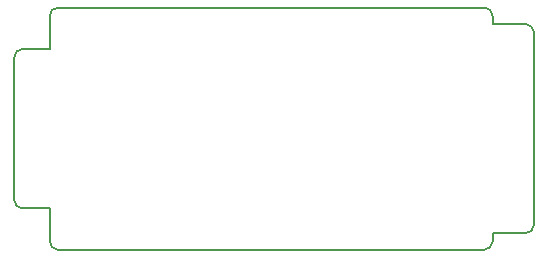
<source format=gbp>
%FSLAX25Y25*%
%MOIN*%
G70*
G01*
G75*
G04 Layer_Color=128*
%ADD10R,0.03937X0.03937*%
%ADD11C,0.03937*%
%ADD12R,0.03150X0.03150*%
%ADD13R,0.03150X0.03150*%
%ADD14R,0.00984X0.06299*%
%ADD15R,0.06299X0.00984*%
%ADD16O,0.06299X0.00984*%
%ADD17O,0.03937X0.03937*%
%ADD18R,0.07087X0.04724*%
%ADD19O,0.04000X0.01200*%
%ADD20R,0.04000X0.01200*%
%ADD21R,0.03600X0.03600*%
%ADD22R,0.03600X0.05000*%
%ADD23R,0.09449X0.03937*%
%ADD24R,0.09449X0.12992*%
%ADD25C,0.01000*%
%ADD26C,0.02000*%
%ADD27C,0.04000*%
%ADD28C,0.00787*%
%ADD29C,0.06299*%
%ADD30C,0.03937*%
%ADD31O,0.15748X0.06299*%
%ADD32C,0.06000*%
%ADD33R,0.06000X0.06000*%
%ADD34C,0.11811*%
%ADD35C,0.05512*%
%ADD36C,0.02500*%
%ADD37C,0.04000*%
%ADD38C,0.00984*%
%ADD39C,0.00800*%
%ADD40C,0.01200*%
%ADD41R,0.00000X0.00000*%
%ADD42R,0.07874X0.07874*%
%ADD43C,0.07874*%
%ADD44R,0.03950X0.03950*%
%ADD45R,0.03950X0.03950*%
%ADD46R,0.02184X0.07499*%
%ADD47R,0.07499X0.02184*%
%ADD48O,0.07499X0.02184*%
%ADD49O,0.07874X0.07874*%
%ADD50R,0.07887X0.05524*%
%ADD51O,0.04800X0.02000*%
%ADD52R,0.04800X0.02000*%
%ADD53R,0.04400X0.04400*%
%ADD54R,0.04400X0.05800*%
%ADD55R,0.10249X0.04737*%
%ADD56R,0.10249X0.13792*%
%ADD57C,0.07099*%
%ADD58C,0.04737*%
%ADD59O,0.16548X0.07099*%
%ADD60C,0.06800*%
%ADD61R,0.06800X0.06800*%
%ADD62C,0.12611*%
D28*
X156693Y0D02*
G03*
X159449Y2756I0J2756D01*
G01*
X170472Y5512D02*
G03*
X173228Y8268I0J2756D01*
G01*
X159449Y77953D02*
G03*
X156693Y80709I-2756J0D01*
G01*
X173228Y72441D02*
G03*
X170472Y75197I-2756J0D01*
G01*
X11811Y2756D02*
G03*
X14567Y0I2756J0D01*
G01*
X0Y16535D02*
G03*
X2756Y13780I2756J0D01*
G01*
X14567Y80709D02*
G03*
X11811Y77953I0J-2756D01*
G01*
X2756Y66929D02*
G03*
X0Y64173I0J-2756D01*
G01*
X14567Y80709D02*
X156693D01*
X159449Y75197D02*
Y77953D01*
X173228Y8268D02*
Y72441D01*
X159449Y75197D02*
X170472D01*
X159449Y5512D02*
X170472D01*
X159449Y2756D02*
Y5512D01*
X14567Y0D02*
X156693D01*
X11811Y66929D02*
Y77953D01*
X2756Y66929D02*
X11811D01*
X0Y16535D02*
Y64173D01*
X2756Y13780D02*
X11811D01*
Y2756D02*
Y13780D01*
M02*

</source>
